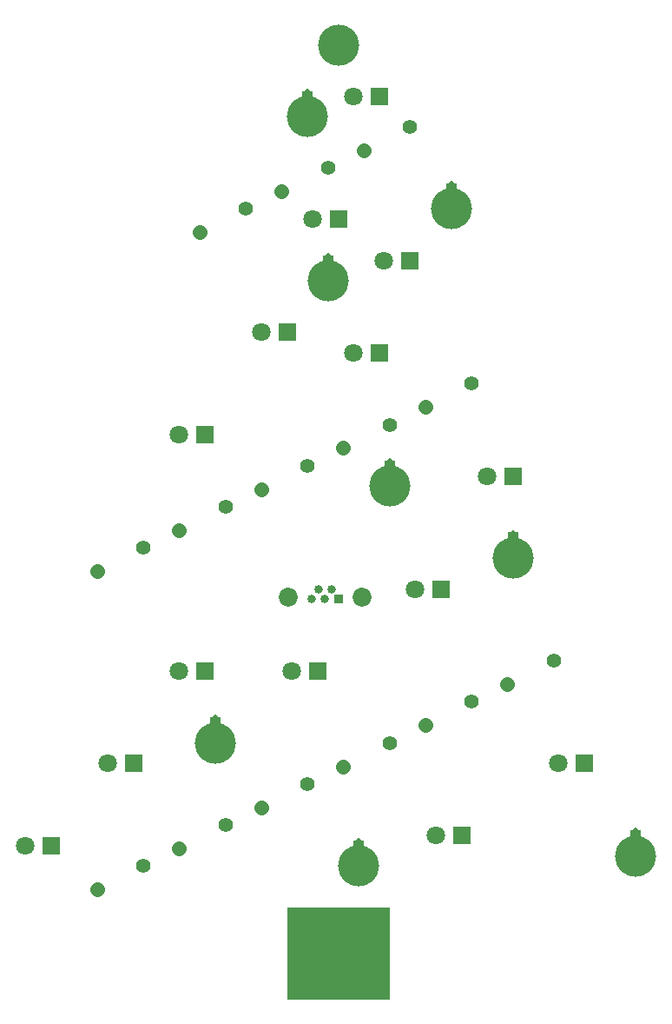
<source format=gbs>
G04 #@! TF.FileFunction,Soldermask,Bot*
%FSLAX46Y46*%
G04 Gerber Fmt 4.6, Leading zero omitted, Abs format (unit mm)*
G04 Created by KiCad (PCBNEW 4.0.7) date Thursday, November 02, 2017 'PMt' 06:36:44 PM*
%MOMM*%
%LPD*%
G01*
G04 APERTURE LIST*
%ADD10C,0.100000*%
%ADD11C,4.000000*%
%ADD12R,1.800000X1.800000*%
%ADD13C,1.800000*%
%ADD14C,1.400000*%
%ADD15C,1.400000*%
%ADD16R,1.000000X1.000000*%
%ADD17C,0.500000*%
%ADD18R,10.000000X9.000000*%
%ADD19R,0.840000X0.840000*%
%ADD20C,0.840000*%
%ADD21C,1.850000*%
G04 APERTURE END LIST*
D10*
D11*
X136500000Y-26500000D03*
D12*
X140500000Y-31500000D03*
D13*
X137960000Y-31500000D03*
D12*
X131500000Y-54500000D03*
D13*
X128960000Y-54500000D03*
D12*
X123500000Y-64500000D03*
D13*
X120960000Y-64500000D03*
D12*
X153500000Y-68500000D03*
D13*
X150960000Y-68500000D03*
D12*
X136500000Y-43500000D03*
D13*
X133960000Y-43500000D03*
D12*
X143500000Y-47500000D03*
D13*
X140960000Y-47500000D03*
D12*
X108500000Y-104500000D03*
D13*
X105960000Y-104500000D03*
D12*
X116500000Y-96500000D03*
D13*
X113960000Y-96500000D03*
D12*
X140500000Y-56500000D03*
D13*
X137960000Y-56500000D03*
D12*
X134500000Y-87500000D03*
D13*
X131960000Y-87500000D03*
D12*
X123500000Y-87500000D03*
D13*
X120960000Y-87500000D03*
D12*
X146500000Y-79500000D03*
D13*
X143960000Y-79500000D03*
D12*
X148500000Y-103500000D03*
D13*
X145960000Y-103500000D03*
D12*
X160500000Y-96500000D03*
D13*
X157960000Y-96500000D03*
D14*
X157500000Y-86500000D03*
D15*
X152957696Y-88774616D02*
X152957696Y-88774616D01*
D14*
X149500000Y-90500000D03*
D15*
X144957696Y-92774616D02*
X144957696Y-92774616D01*
D14*
X141500000Y-94500000D03*
D15*
X136957696Y-96774616D02*
X136957696Y-96774616D01*
D14*
X133500000Y-98500000D03*
D15*
X128957696Y-100774616D02*
X128957696Y-100774616D01*
D14*
X125500000Y-102500000D03*
D15*
X120957696Y-104774616D02*
X120957696Y-104774616D01*
D14*
X117500000Y-106500000D03*
D15*
X112957696Y-108774616D02*
X112957696Y-108774616D01*
D14*
X149500000Y-59500000D03*
D15*
X144957696Y-61774616D02*
X144957696Y-61774616D01*
D14*
X141500000Y-63500000D03*
D15*
X136957696Y-65774616D02*
X136957696Y-65774616D01*
D14*
X133500000Y-67500000D03*
D15*
X128957696Y-69774616D02*
X128957696Y-69774616D01*
D14*
X125500000Y-71500000D03*
D15*
X120957696Y-73774616D02*
X120957696Y-73774616D01*
D14*
X117500000Y-75500000D03*
D15*
X112957696Y-77774616D02*
X112957696Y-77774616D01*
D14*
X143500000Y-34500000D03*
D15*
X138957696Y-36774616D02*
X138957696Y-36774616D01*
D14*
X135500000Y-38500000D03*
D15*
X130957696Y-40774616D02*
X130957696Y-40774616D01*
D14*
X127500000Y-42500000D03*
D15*
X122957696Y-44774616D02*
X122957696Y-44774616D01*
D11*
X147500000Y-42500000D03*
D16*
X147500000Y-40500000D03*
D17*
X147500000Y-40000000D03*
D11*
X133500000Y-33500000D03*
D16*
X133500000Y-31500000D03*
D17*
X133500000Y-31000000D03*
D11*
X135500000Y-49500000D03*
D16*
X135500000Y-47500000D03*
D17*
X135500000Y-47000000D03*
D11*
X141500000Y-69500000D03*
D16*
X141500000Y-67500000D03*
D17*
X141500000Y-67000000D03*
D11*
X124500000Y-94500000D03*
D16*
X124500000Y-92500000D03*
D17*
X124500000Y-92000000D03*
D11*
X153500000Y-76500000D03*
D16*
X153500000Y-74500000D03*
D17*
X153500000Y-74000000D03*
D11*
X165500000Y-105500000D03*
D16*
X165500000Y-103500000D03*
D17*
X165500000Y-103000000D03*
D11*
X138500000Y-106500000D03*
D16*
X138500000Y-104500000D03*
D17*
X138500000Y-104000000D03*
D18*
X136500000Y-115000000D03*
D19*
X136500000Y-80500000D03*
D20*
X135850000Y-79500000D03*
X135200000Y-80500000D03*
X134550000Y-79500000D03*
X133900000Y-80500000D03*
D21*
X138775000Y-80280000D03*
X131625000Y-80280000D03*
M02*

</source>
